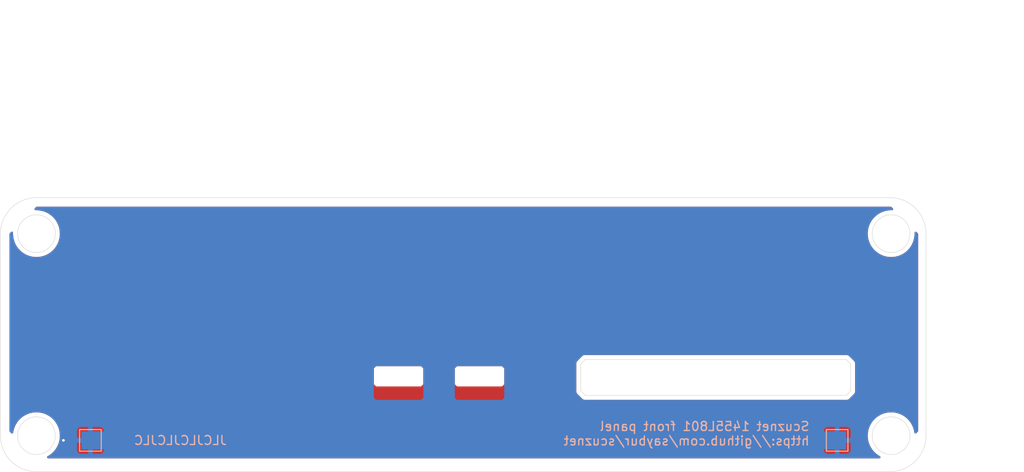
<source format=kicad_pcb>
(kicad_pcb (version 20240108) (generator "pcbnew") (generator_version "8.0")
  (title_block (title "Scuznet FR-4 Front Panel") (date "2024-10-06") (rev "1.2") (comment 1 "https://github.com/saybur/scuznet") (comment 2 "https://68kmla.org/bb/index.php?threads/scsi-to-ethernet-adapter-on-new-hardware.34586/"))
  (layers (0 "F.Cu" signal) (31 "B.Cu" signal) (36 "B.SilkS" user "B.Silkscreen") (37 "F.SilkS" user "F.Silkscreen") (38 "B.Mask" user) (39 "F.Mask" user) (44 "Edge.Cuts" user))
  (net 0 "")
  (net 1 "Earth")
  (footprint "scuznet:LOGO" (layer "F.Cu") (at 85 76)
    (property "Reference" "G***" (hide yes))
    (property "Value" "LOGO" (hide yes))
  )
  (footprint "TestPoint:TestPoint_Pad_2.0x2.0mm" (layer "B.Cu") (at 80 97 180)
    (property "Reference" "TP2" (hide yes))
    (property "Value" "TestPoint")
    (fp_line (start 1.2 1.2) (end -1.2 1.2) (stroke (width 0.12)) (layer "B.SilkS"))
    (fp_line (start 1.2 -1.2) (end 1.2 1.2) (stroke (width 0.12)) (layer "B.SilkS"))
    (fp_line (start -1.2 1.2) (end -1.2 -1.2) (stroke (width 0.12)) (layer "B.SilkS"))
    (fp_line (start -1.2 -1.2) (end 1.2 -1.2) (stroke (width 0.12)) (layer "B.SilkS"))
    (pad "1" smd rect (at 0 0 180) (size 2 2) (layers "B.Cu" "B.Mask") (net 1 "Earth"))
  )
  (footprint "TestPoint:TestPoint_Pad_2.0x2.0mm" (layer "B.Cu") (at 163 97 180)
    (property "Reference" "TP1" (hide yes))
    (property "Value" "TestPoint")
    (fp_line (start 1.2 1.2) (end -1.2 1.2) (stroke (width 0.12)) (layer "B.SilkS"))
    (fp_line (start 1.2 -1.2) (end 1.2 1.2) (stroke (width 0.12)) (layer "B.SilkS"))
    (fp_line (start -1.2 1.2) (end -1.2 -1.2) (stroke (width 0.12)) (layer "B.SilkS"))
    (fp_line (start -1.2 -1.2) (end 1.2 -1.2) (stroke (width 0.12)) (layer "B.SilkS"))
    (pad "1" smd rect (at 0 0 180) (size 2 2) (layers "B.Cu" "B.Mask") (net 1 "Earth"))
  )
  (gr_circle (center 169 96.48) (end 171.1 96.48) (stroke (width 0.05)) (fill none) (layer "Edge.Cuts"))
  (gr_arc (start 172.87 96.48) (mid 171.698427 99.308427) (end 168.87 100.48) (stroke (width 0.05)) (layer "Edge.Cuts"))
  (gr_line (start 74 100.48) (end 168.87 100.48) (stroke (width 0.05)) (layer "Edge.Cuts"))
  (gr_line (start 134.5 91.5) (end 134.5 88.5) (stroke (width 0.05)) (layer "Edge.Cuts"))
  (gr_circle (center 74 74) (end 76.1 74) (stroke (width 0.05)) (fill none) (layer "Edge.Cuts"))
  (gr_circle (center 74 96.48) (end 76.1 96.48) (stroke (width 0.05)) (fill none) (layer "Edge.Cuts"))
  (gr_line (start 135 92) (end 164 92) (stroke (width 0.05)) (layer "Edge.Cuts"))
  (gr_line (start 134.5 88.5) (end 135 88) (stroke (width 0.05)) (layer "Edge.Cuts"))
  (gr_line (start 74 70) (end 168.87 70) (stroke (width 0.05)) (layer "Edge.Cuts"))
  (gr_line (start 164.5 88.5) (end 164.5 91.5) (stroke (width 0.05)) (layer "Edge.Cuts"))
  (gr_arc (start 70 74) (mid 71.171573 71.171573) (end 74 70) (stroke (width 0.05)) (layer "Edge.Cuts"))
  (gr_line (start 70 74) (end 70 96.48) (stroke (width 0.05)) (layer "Edge.Cuts"))
  (gr_circle (center 169 74) (end 171.1 74) (stroke (width 0.05)) (fill none) (layer "Edge.Cuts"))
  (gr_line (start 172.87 74) (end 172.87 96.48) (stroke (width 0.05)) (layer "Edge.Cuts"))
  (gr_line (start 164 88) (end 164.5 88.5) (stroke (width 0.05)) (layer "Edge.Cuts"))
  (gr_line (start 135 88) (end 164 88) (stroke (width 0.05)) (layer "Edge.Cuts"))
  (gr_line (start 135 92) (end 134.5 91.5) (stroke (width 0.05)) (layer "Edge.Cuts"))
  (gr_line (start 164.5 91.5) (end 164 92) (stroke (width 0.05)) (layer "Edge.Cuts"))
  (gr_arc (start 74 100.48) (mid 71.171573 99.308427) (end 70 96.48) (stroke (width 0.05)) (layer "Edge.Cuts"))
  (gr_arc (start 168.87 70) (mid 171.698427 71.171573) (end 172.87 74) (stroke (width 0.05)) (layer "Edge.Cuts"))
  (gr_text "Scuznet 1455L801 front panel\nhttps://github.com/saybur/scuznet" (at 160 96.25 0) (layer "B.SilkS") (effects (font (size 1 1)) (justify left mirror)))
  (gr_text "JLCJLCJLCJLC" (at 90 97 0) (layer "B.SilkS") (effects (font (size 1 1)) (justify mirror)))
  (segment (start 77 97) (end 77 91) (width 0.2) (layer "F.Cu") (net 1))
  (via (at 77 97) (size 0.5) (drill 0.3) (layers "F.Cu" "B.Cu") (net 1))
  (segment (start 163 97) (end 80 97) (width 2) (layer "B.Cu") (net 1))
  (segment (start 77 97) (end 80 97) (width 0.2) (layer "B.Cu") (net 1))
  (zone (net 0) (net_name "") (layer "F.Cu") (connect_pads (clearance 0)) (min_thickness 0.25)
    (keepout (tracks not_allowed) (vias not_allowed) (pads not_allowed) (copperpour not_allowed) (footprints not_allowed))
    (fill (thermal_gap 0.5) (thermal_bridge_width 0.5))
    (polygon (pts (xy 111.5 89) (xy 111.75 88.75) (xy 116.75 88.75) (xy 117 89) (xy 117 90.75) (xy 116.75 91) (xy 111.75 91) (xy 111.5 90.75)))
  )
  (zone (net 0) (net_name "") (layer "F.Cu") (connect_pads (clearance 0)) (min_thickness 0.25)
    (keepout (tracks not_allowed) (vias not_allowed) (pads not_allowed) (copperpour not_allowed) (footprints not_allowed))
    (fill (thermal_gap 0.5) (thermal_bridge_width 0.5))
    (polygon (pts (xy 120.5 89) (xy 120.75 88.75) (xy 125.75 88.75) (xy 126 89) (xy 126 90.75) (xy 125.75 91) (xy 120.75 91) (xy 120.5 90.75)))
  )
  (zone (net 1) (net_name "Earth") (layer "F.Cu") (priority 1) (connect_pads (clearance 0.5)) (min_thickness 0.25) (fill yes (thermal_gap 0.5) (thermal_bridge_width 0.5))
    (polygon (pts (xy 71 74) (xy 74 71) (xy 169 71) (xy 172 74) (xy 172 96) (xy 169 99) (xy 74 99) (xy 71 96)))
  )
  (zone (net 0) (net_name "") (layer "B.Cu") (connect_pads (clearance 0)) (min_thickness 0.25)
    (keepout (tracks not_allowed) (vias not_allowed) (pads not_allowed) (copperpour not_allowed) (footprints not_allowed))
    (fill (thermal_gap 0.5) (thermal_bridge_width 0.5))
    (polygon (pts (xy 120.75 92.5) (xy 120.5 92.25) (xy 120.5 89) (xy 120.75 88.75) (xy 125.75 88.75) (xy 126 89) (xy 126 92.25) (xy 125.75 92.5)))
  )
  (zone (net 0) (net_name "") (layer "B.Cu") (connect_pads (clearance 0)) (min_thickness 0.25)
    (keepout (tracks not_allowed) (vias not_allowed) (pads not_allowed) (copperpour not_allowed) (footprints not_allowed))
    (fill (thermal_gap 0.5) (thermal_bridge_width 0.5))
    (polygon (pts (xy 111.75 92.5) (xy 111.5 92.25) (xy 111.5 89) (xy 111.75 88.75) (xy 116.75 88.75) (xy 117 89) (xy 117 92.25) (xy 116.75 92.5)))
  )
  (zone (net 1) (net_name "Earth") (layer "B.Cu") (connect_pads (clearance 0.5)) (min_thickness 0.25) (fill yes (thermal_gap 0.5) (thermal_bridge_width 0.5))
    (polygon (pts (xy 169 99) (xy 172 96) (xy 172 74) (xy 169 71) (xy 74 71) (xy 71 74) (xy 71 96) (xy 74 99)))
  )
)
</source>
